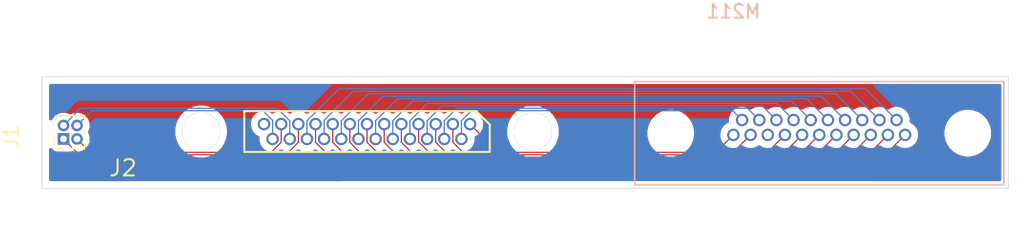
<source format=kicad_pcb>
(kicad_pcb (version 20171130) (host pcbnew "(5.1.9)-1")

  (general
    (thickness 1.6)
    (drawings 5)
    (tracks 96)
    (zones 0)
    (modules 3)
    (nets 27)
  )

  (page A4)
  (layers
    (0 F.Cu signal)
    (31 B.Cu signal)
    (32 B.Adhes user)
    (33 F.Adhes user)
    (34 B.Paste user)
    (35 F.Paste user)
    (36 B.SilkS user)
    (37 F.SilkS user)
    (38 B.Mask user)
    (39 F.Mask user)
    (40 Dwgs.User user)
    (41 Cmts.User user)
    (42 Eco1.User user)
    (43 Eco2.User user)
    (44 Edge.Cuts user)
    (45 Margin user)
    (46 B.CrtYd user)
    (47 F.CrtYd user)
    (48 B.Fab user)
    (49 F.Fab user)
  )

  (setup
    (last_trace_width 0.09)
    (trace_clearance 0.09)
    (zone_clearance 0.508)
    (zone_45_only no)
    (trace_min 0.09)
    (via_size 0.8)
    (via_drill 0.4)
    (via_min_size 0.4)
    (via_min_drill 0.3)
    (uvia_size 0.3)
    (uvia_drill 0.1)
    (uvias_allowed no)
    (uvia_min_size 0.2)
    (uvia_min_drill 0.1)
    (edge_width 0.05)
    (segment_width 0.2)
    (pcb_text_width 0.3)
    (pcb_text_size 1.5 1.5)
    (mod_edge_width 0.12)
    (mod_text_size 1 1)
    (mod_text_width 0.15)
    (pad_size 1.524 1.524)
    (pad_drill 0.762)
    (pad_to_mask_clearance 0)
    (aux_axis_origin 0 0)
    (visible_elements FFFFFF7F)
    (pcbplotparams
      (layerselection 0x010fc_ffffffff)
      (usegerberextensions false)
      (usegerberattributes true)
      (usegerberadvancedattributes true)
      (creategerberjobfile true)
      (excludeedgelayer true)
      (linewidth 0.100000)
      (plotframeref false)
      (viasonmask false)
      (mode 1)
      (useauxorigin false)
      (hpglpennumber 1)
      (hpglpenspeed 20)
      (hpglpendiameter 15.000000)
      (psnegative false)
      (psa4output false)
      (plotreference true)
      (plotvalue true)
      (plotinvisibletext false)
      (padsonsilk false)
      (subtractmaskfromsilk false)
      (outputformat 1)
      (mirror false)
      (drillshape 1)
      (scaleselection 1)
      (outputdirectory ""))
  )

  (net 0 "")
  (net 1 "Net-(J1-Pad4)")
  (net 2 "Net-(J1-Pad3)")
  (net 3 "Net-(J1-Pad2)")
  (net 4 "Net-(J1-Pad1)")
  (net 5 "Net-(J2-Pad13)")
  (net 6 "Net-(J2-Pad23)")
  (net 7 "Net-(J2-Pad10)")
  (net 8 "Net-(J2-Pad22)")
  (net 9 "Net-(J2-Pad9)")
  (net 10 "Net-(J2-Pad21)")
  (net 11 "Net-(J2-Pad8)")
  (net 12 "Net-(J2-Pad20)")
  (net 13 "Net-(J2-Pad7)")
  (net 14 "Net-(J2-Pad19)")
  (net 15 "Net-(J2-Pad6)")
  (net 16 "Net-(J2-Pad18)")
  (net 17 "Net-(J2-Pad5)")
  (net 18 "Net-(J2-Pad17)")
  (net 19 "Net-(J2-Pad4)")
  (net 20 "Net-(J2-Pad16)")
  (net 21 "Net-(J2-Pad3)")
  (net 22 "Net-(J2-Pad15)")
  (net 23 "Net-(J2-Pad2)")
  (net 24 "Net-(J2-Pad14)")
  (net 25 "Net-(J2-Pad1)")
  (net 26 "Net-(M211-Pad3)")

  (net_class Default "This is the default net class."
    (clearance 0.09)
    (trace_width 0.09)
    (via_dia 0.8)
    (via_drill 0.4)
    (uvia_dia 0.3)
    (uvia_drill 0.1)
    (add_net "Net-(J1-Pad1)")
    (add_net "Net-(J1-Pad2)")
    (add_net "Net-(J1-Pad3)")
    (add_net "Net-(J1-Pad4)")
    (add_net "Net-(J2-Pad1)")
    (add_net "Net-(J2-Pad10)")
    (add_net "Net-(J2-Pad13)")
    (add_net "Net-(J2-Pad14)")
    (add_net "Net-(J2-Pad15)")
    (add_net "Net-(J2-Pad16)")
    (add_net "Net-(J2-Pad17)")
    (add_net "Net-(J2-Pad18)")
    (add_net "Net-(J2-Pad19)")
    (add_net "Net-(J2-Pad2)")
    (add_net "Net-(J2-Pad20)")
    (add_net "Net-(J2-Pad21)")
    (add_net "Net-(J2-Pad22)")
    (add_net "Net-(J2-Pad23)")
    (add_net "Net-(J2-Pad3)")
    (add_net "Net-(J2-Pad4)")
    (add_net "Net-(J2-Pad5)")
    (add_net "Net-(J2-Pad6)")
    (add_net "Net-(J2-Pad7)")
    (add_net "Net-(J2-Pad8)")
    (add_net "Net-(J2-Pad9)")
    (add_net "Net-(M211-Pad3)")
  )

  (module Connector:Norcomp-380-025-113L001-microd_NoLeads (layer B.Cu) (tedit 60FF6136) (tstamp 6108A058)
    (at -33.45 0.05 180)
    (tags "380-025-213L001 ")
    (path /610D72BE)
    (fp_text reference J2 (at 18.05 -2.7) (layer F.SilkS)
      (effects (font (size 1.2 1.2) (thickness 0.15)))
    )
    (fp_text value DB25_Male (at 0.365 -6) (layer F.Fab)
      (effects (font (size 1.2 1.2) (thickness 0.15)))
    )
    (fp_text user "Male / Plug" (at 0 2.54) (layer B.Fab)
      (effects (font (size 1.2 1.2) (thickness 0.15)) (justify mirror))
    )
    (fp_text user 1 (at -7.62 2.54) (layer Dwgs.User)
      (effects (font (size 1 1) (thickness 0.15)) (justify mirror))
    )
    (fp_line (start -8.08 1.51) (end -9.08 0.51) (layer F.SilkS) (width 0.15))
    (fp_line (start -9.08 0.51) (end -9.08 -1.51) (layer F.SilkS) (width 0.15))
    (fp_line (start -9.08 -1.51) (end 9.08 -1.51) (layer F.SilkS) (width 0.15))
    (fp_line (start 9.08 -1.51) (end 9.08 1.51) (layer F.SilkS) (width 0.15))
    (fp_line (start 9.08 1.51) (end -8.08 1.51) (layer F.SilkS) (width 0.15))
    (fp_line (start -14.85 -3.675) (end 14.85 -3.675) (layer B.CrtYd) (width 0.15))
    (fp_line (start 14.85 -3.675) (end 14.85 3.675) (layer B.CrtYd) (width 0.15))
    (fp_line (start 14.85 3.675) (end -14.85 3.675) (layer B.CrtYd) (width 0.15))
    (fp_line (start -14.85 3.675) (end -14.85 -3.675) (layer B.CrtYd) (width 0.15))
    (pad 27 thru_hole oval (at -12.275 0 180) (size 2.81 2.81) (drill 2.81) (layers *.Cu *.Mask))
    (pad 26 thru_hole oval (at 12.275 0 180) (size 2.81 2.81) (drill 2.81) (layers *.Cu *.Mask))
    (pad 13 thru_hole oval (at 7.62 0.55 180) (size 0.92 0.92) (drill 0.61) (layers *.Cu *.Mask)
      (net 5 "Net-(J2-Pad13)"))
    (pad 25 thru_hole oval (at 6.985 -0.55 180) (size 0.92 0.92) (drill 0.61) (layers *.Cu *.Mask)
      (net 1 "Net-(J1-Pad4)"))
    (pad 12 thru_hole oval (at 6.35 0.55 180) (size 0.92 0.92) (drill 0.61) (layers *.Cu *.Mask)
      (net 2 "Net-(J1-Pad3)"))
    (pad 24 thru_hole oval (at 5.715 -0.55 180) (size 0.92 0.92) (drill 0.61) (layers *.Cu *.Mask)
      (net 3 "Net-(J1-Pad2)"))
    (pad 11 thru_hole oval (at 5.08 0.55 180) (size 0.92 0.92) (drill 0.61) (layers *.Cu *.Mask)
      (net 4 "Net-(J1-Pad1)"))
    (pad 23 thru_hole oval (at 4.445 -0.55 180) (size 0.92 0.92) (drill 0.61) (layers *.Cu *.Mask)
      (net 6 "Net-(J2-Pad23)"))
    (pad 10 thru_hole oval (at 3.81 0.55 180) (size 0.92 0.92) (drill 0.61) (layers *.Cu *.Mask)
      (net 7 "Net-(J2-Pad10)"))
    (pad 22 thru_hole oval (at 3.175 -0.55 180) (size 0.92 0.92) (drill 0.61) (layers *.Cu *.Mask)
      (net 8 "Net-(J2-Pad22)"))
    (pad 9 thru_hole oval (at 2.54 0.55 180) (size 0.92 0.92) (drill 0.61) (layers *.Cu *.Mask)
      (net 9 "Net-(J2-Pad9)"))
    (pad 21 thru_hole oval (at 1.905 -0.55 180) (size 0.92 0.92) (drill 0.61) (layers *.Cu *.Mask)
      (net 10 "Net-(J2-Pad21)"))
    (pad 8 thru_hole oval (at 1.27 0.55 180) (size 0.92 0.92) (drill 0.61) (layers *.Cu *.Mask)
      (net 11 "Net-(J2-Pad8)"))
    (pad 20 thru_hole oval (at 0.635 -0.55 180) (size 0.92 0.92) (drill 0.61) (layers *.Cu *.Mask)
      (net 12 "Net-(J2-Pad20)"))
    (pad 7 thru_hole oval (at 0 0.55 180) (size 0.92 0.92) (drill 0.61) (layers *.Cu *.Mask)
      (net 13 "Net-(J2-Pad7)"))
    (pad 19 thru_hole oval (at -0.635 -0.55 180) (size 0.92 0.92) (drill 0.61) (layers *.Cu *.Mask)
      (net 14 "Net-(J2-Pad19)"))
    (pad 6 thru_hole oval (at -1.27 0.55 180) (size 0.92 0.92) (drill 0.61) (layers *.Cu *.Mask)
      (net 15 "Net-(J2-Pad6)"))
    (pad 18 thru_hole oval (at -1.905 -0.55 180) (size 0.92 0.92) (drill 0.61) (layers *.Cu *.Mask)
      (net 16 "Net-(J2-Pad18)"))
    (pad 5 thru_hole oval (at -2.54 0.55 180) (size 0.92 0.92) (drill 0.61) (layers *.Cu *.Mask)
      (net 17 "Net-(J2-Pad5)"))
    (pad 17 thru_hole oval (at -3.175 -0.55 180) (size 0.92 0.92) (drill 0.61) (layers *.Cu *.Mask)
      (net 18 "Net-(J2-Pad17)"))
    (pad 4 thru_hole oval (at -3.81 0.55 180) (size 0.92 0.92) (drill 0.61) (layers *.Cu *.Mask)
      (net 19 "Net-(J2-Pad4)"))
    (pad 16 thru_hole oval (at -4.445 -0.55 180) (size 0.92 0.92) (drill 0.61) (layers *.Cu *.Mask)
      (net 20 "Net-(J2-Pad16)"))
    (pad 3 thru_hole oval (at -5.08 0.55 180) (size 0.92 0.92) (drill 0.61) (layers *.Cu *.Mask)
      (net 21 "Net-(J2-Pad3)"))
    (pad 15 thru_hole oval (at -5.715 -0.55 180) (size 0.92 0.92) (drill 0.61) (layers *.Cu *.Mask)
      (net 22 "Net-(J2-Pad15)"))
    (pad 2 thru_hole oval (at -6.35 0.55 180) (size 0.92 0.92) (drill 0.61) (layers *.Cu *.Mask)
      (net 23 "Net-(J2-Pad2)"))
    (pad 14 thru_hole oval (at -6.985 -0.55 180) (size 0.92 0.92) (drill 0.61) (layers *.Cu *.Mask)
      (net 24 "Net-(J2-Pad14)"))
    (pad 1 thru_hole oval (at -7.62 0.55 180) (size 0.92 0.92) (drill 0.61) (layers *.Cu *.Mask)
      (net 25 "Net-(J2-Pad1)"))
    (model ${KIPRJMOD}/footprints/380-025-113L001.STEP
      (offset (xyz 0 0 3))
      (scale (xyz 1 1 1))
      (rotate (xyz 0 0 180))
    )
    (model C:/Users/Cir/Documents/NIST_Research/CryoCircuits/New_CryoCircuits/TriMicroDConverter/KiCAD/380-025-213L001.STEP
      (offset (xyz 0 3.7 -9.5))
      (scale (xyz 1 1 1))
      (rotate (xyz 0 180 0))
    )
  )

  (module Connector:Omnetics_21Pin (layer B.Cu) (tedit 61083420) (tstamp 61089783)
    (at -6.35 0.17 180)
    (path /610DAE50)
    (fp_text reference M211 (at 0 9) (layer B.SilkS)
      (effects (font (size 1 1) (thickness 0.15)) (justify mirror))
    )
    (fp_text value MicroD_21Pin (at 0 7) (layer B.Fab)
      (effects (font (size 1 1) (thickness 0.15)) (justify mirror))
    )
    (fp_line (start -20.005 -3.81) (end 7.305 -3.81) (layer B.SilkS) (width 0.12))
    (fp_line (start 7.305 3.81) (end -20.005 3.81) (layer B.SilkS) (width 0.12))
    (fp_line (start -20.005 -3.81) (end -20.005 3.81) (layer B.SilkS) (width 0.12))
    (fp_line (start 7.305 -3.81) (end 7.305 3.81) (layer B.SilkS) (width 0.12))
    (pad 21 thru_hole oval (at -12.07 0.97 180) (size 0.92 0.92) (drill 0.61) (layers *.Cu *.Mask)
      (net 6 "Net-(J2-Pad23)"))
    (pad 20 thru_hole oval (at -10.8 0.97 180) (size 0.92 0.92) (drill 0.61) (layers *.Cu *.Mask)
      (net 8 "Net-(J2-Pad22)"))
    (pad 19 thru_hole oval (at -9.53 0.97 180) (size 0.92 0.92) (drill 0.61) (layers *.Cu *.Mask)
      (net 10 "Net-(J2-Pad21)"))
    (pad 18 thru_hole oval (at -8.26 0.97 180) (size 0.92 0.92) (drill 0.61) (layers *.Cu *.Mask)
      (net 12 "Net-(J2-Pad20)"))
    (pad 17 thru_hole oval (at -6.99 0.97 180) (size 0.92 0.92) (drill 0.61) (layers *.Cu *.Mask)
      (net 14 "Net-(J2-Pad19)"))
    (pad 16 thru_hole oval (at -5.72 0.97 180) (size 0.92 0.92) (drill 0.61) (layers *.Cu *.Mask)
      (net 16 "Net-(J2-Pad18)"))
    (pad 15 thru_hole oval (at -4.45 0.97 180) (size 0.92 0.92) (drill 0.61) (layers *.Cu *.Mask)
      (net 18 "Net-(J2-Pad17)"))
    (pad 14 thru_hole oval (at -3.18 0.97 180) (size 0.92 0.92) (drill 0.61) (layers *.Cu *.Mask)
      (net 20 "Net-(J2-Pad16)"))
    (pad 13 thru_hole oval (at -1.91 0.97 180) (size 0.92 0.92) (drill 0.61) (layers *.Cu *.Mask)
      (net 22 "Net-(J2-Pad15)"))
    (pad 11 thru_hole oval (at -12.7 -0.13 180) (size 0.92 0.92) (drill 0.61) (layers *.Cu *.Mask)
      (net 7 "Net-(J2-Pad10)"))
    (pad 10 thru_hole oval (at -11.43 -0.13 180) (size 0.92 0.92) (drill 0.61) (layers *.Cu *.Mask)
      (net 9 "Net-(J2-Pad9)"))
    (pad 9 thru_hole oval (at -10.16 -0.13 180) (size 0.92 0.92) (drill 0.61) (layers *.Cu *.Mask)
      (net 11 "Net-(J2-Pad8)"))
    (pad 8 thru_hole oval (at -8.89 -0.13 180) (size 0.92 0.92) (drill 0.61) (layers *.Cu *.Mask)
      (net 13 "Net-(J2-Pad7)"))
    (pad 7 thru_hole oval (at -7.62 -0.13 180) (size 0.92 0.92) (drill 0.61) (layers *.Cu *.Mask)
      (net 15 "Net-(J2-Pad6)"))
    (pad 6 thru_hole oval (at -6.35 -0.13 180) (size 0.92 0.92) (drill 0.61) (layers *.Cu *.Mask)
      (net 17 "Net-(J2-Pad5)"))
    (pad 5 thru_hole oval (at -5.08 -0.13 180) (size 0.92 0.92) (drill 0.61) (layers *.Cu *.Mask)
      (net 19 "Net-(J2-Pad4)"))
    (pad 4 thru_hole oval (at -3.81 -0.13 180) (size 0.92 0.92) (drill 0.61) (layers *.Cu *.Mask)
      (net 21 "Net-(J2-Pad3)"))
    (pad 3 thru_hole oval (at -2.54 -0.13 180) (size 0.92 0.92) (drill 0.61) (layers *.Cu *.Mask)
      (net 26 "Net-(M211-Pad3)"))
    (pad 2 thru_hole oval (at -1.27 -0.13 180) (size 0.92 0.92) (drill 0.61) (layers *.Cu *.Mask)
      (net 23 "Net-(J2-Pad2)"))
    (pad 12 thru_hole oval (at -0.64 0.97 180) (size 0.92 0.92) (drill 0.61) (layers *.Cu *.Mask)
      (net 24 "Net-(J2-Pad14)"))
    (pad 1 thru_hole oval (at 0 -0.13 180) (size 0.92 0.92) (drill 0.61) (layers *.Cu *.Mask)
      (net 25 "Net-(J2-Pad1)"))
    (pad "" np_thru_hole circle (at -17.336 0 180) (size 2.44 2.44) (drill 2.44) (layers *.Cu *.Mask))
    (pad "" np_thru_hole circle (at 4.636 0 180) (size 2.44 2.44) (drill 2.44) (layers *.Cu *.Mask))
    (model C:/Users/Cir/Documents/NIST_Research/CryoCircuits/New_CryoCircuits/TriMicroDConverter/Basic21PinOmnetics.STEP
      (offset (xyz 7.3 -3.8 0))
      (scale (xyz 1 1 1))
      (rotate (xyz -90 0 180))
    )
  )

  (module Connector_PinHeader_1.00mm:PinHeader_2x02_P1.00mm_Vertical (layer F.Cu) (tedit 59FED738) (tstamp 6108973A)
    (at -55.9 0.6 90)
    (descr "Through hole straight pin header, 2x02, 1.00mm pitch, double rows")
    (tags "Through hole pin header THT 2x02 1.00mm double row")
    (path /61118FCF)
    (fp_text reference J1 (at 0.15 -3.85 90) (layer F.SilkS)
      (effects (font (size 1 1) (thickness 0.15)))
    )
    (fp_text value Conn_02x02_Odd_Even (at 0.5 2.56 90) (layer F.Fab)
      (effects (font (size 1 1) (thickness 0.15)))
    )
    (fp_text user %R (at 0.5 0.5) (layer F.Fab)
      (effects (font (size 1 1) (thickness 0.15)))
    )
    (fp_line (start -0.075 -0.5) (end 1.65 -0.5) (layer F.Fab) (width 0.1))
    (fp_line (start 1.65 -0.5) (end 1.65 1.5) (layer F.Fab) (width 0.1))
    (fp_line (start 1.65 1.5) (end -0.65 1.5) (layer F.Fab) (width 0.1))
    (fp_line (start -0.65 1.5) (end -0.65 0.075) (layer F.Fab) (width 0.1))
    (fp_line (start -0.65 0.075) (end -0.075 -0.5) (layer F.Fab) (width 0.1))
    (fp_line (start -0.71 1.56) (end -0.394493 1.56) (layer F.SilkS) (width 0.12))
    (fp_line (start 1.394493 1.56) (end 1.71 1.56) (layer F.SilkS) (width 0.12))
    (fp_line (start 0.394493 1.56) (end 0.605507 1.56) (layer F.SilkS) (width 0.12))
    (fp_line (start -0.71 0.685) (end -0.71 1.56) (layer F.SilkS) (width 0.12))
    (fp_line (start 1.71 -0.56) (end 1.71 1.56) (layer F.SilkS) (width 0.12))
    (fp_line (start -0.71 0.685) (end -0.608276 0.685) (layer F.SilkS) (width 0.12))
    (fp_line (start 1.394493 -0.56) (end 1.71 -0.56) (layer F.SilkS) (width 0.12))
    (fp_line (start -0.71 0) (end -0.71 -0.685) (layer F.SilkS) (width 0.12))
    (fp_line (start -0.71 -0.685) (end 0 -0.685) (layer F.SilkS) (width 0.12))
    (fp_line (start -1.15 -1) (end -1.15 2) (layer F.CrtYd) (width 0.05))
    (fp_line (start -1.15 2) (end 2.15 2) (layer F.CrtYd) (width 0.05))
    (fp_line (start 2.15 2) (end 2.15 -1) (layer F.CrtYd) (width 0.05))
    (fp_line (start 2.15 -1) (end -1.15 -1) (layer F.CrtYd) (width 0.05))
    (pad 4 thru_hole oval (at 1 1 90) (size 0.85 0.85) (drill 0.5) (layers *.Cu *.Mask)
      (net 1 "Net-(J1-Pad4)"))
    (pad 3 thru_hole oval (at 0 1 90) (size 0.85 0.85) (drill 0.5) (layers *.Cu *.Mask)
      (net 2 "Net-(J1-Pad3)"))
    (pad 2 thru_hole oval (at 1 0 90) (size 0.85 0.85) (drill 0.5) (layers *.Cu *.Mask)
      (net 3 "Net-(J1-Pad2)"))
    (pad 1 thru_hole rect (at 0 0 90) (size 0.85 0.85) (drill 0.5) (layers *.Cu *.Mask)
      (net 4 "Net-(J1-Pad1)"))
    (model ${KISYS3DMOD}/Connector_PinHeader_1.00mm.3dshapes/PinHeader_2x02_P1.00mm_Vertical.wrl
      (at (xyz 0 0 0))
      (scale (xyz 1 1 1))
      (rotate (xyz 0 0 0))
    )
  )

  (gr_line (start -57.5 -4) (end -57.5 4.25) (layer Edge.Cuts) (width 0.05))
  (gr_line (start 14 -4) (end -57.5 -4) (layer Edge.Cuts) (width 0.05))
  (gr_line (start -14 4.25) (end -57.5 4.25) (layer Edge.Cuts) (width 0.05))
  (gr_line (start 14 4.25) (end -14 4.25) (layer Edge.Cuts) (width 0.05))
  (gr_line (start 14 -4) (end 14 4.25) (layer Edge.Cuts) (width 0.05))

  (segment (start -40.435 -0.785) (end -40.435 0.6) (width 0.09) (layer B.Cu) (net 1))
  (segment (start -41.140001 -1.490001) (end -40.435 -0.785) (width 0.09) (layer B.Cu) (net 1))
  (segment (start -53.809999 -1.490001) (end -41.140001 -1.490001) (width 0.09) (layer B.Cu) (net 1))
  (segment (start -54.9 -0.4) (end -53.809999 -1.490001) (width 0.09) (layer B.Cu) (net 1))
  (segment (start -39.8 0.845602) (end -39.8 -0.5) (width 0.09) (layer F.Cu) (net 2))
  (segment (start -40.544399 1.590001) (end -39.8 0.845602) (width 0.09) (layer F.Cu) (net 2))
  (segment (start -53.909999 1.590001) (end -40.544399 1.590001) (width 0.09) (layer F.Cu) (net 2))
  (segment (start -54.9 0.6) (end -53.909999 1.590001) (width 0.09) (layer F.Cu) (net 2))
  (segment (start -39.165 0.6) (end -39.165 -0.745602) (width 0.09) (layer B.Cu) (net 3))
  (segment (start -39.165 -0.745602) (end -40.089409 -1.670011) (width 0.09) (layer B.Cu) (net 3))
  (segment (start -40.089409 -1.670011) (end -54.629989 -1.670011) (width 0.09) (layer B.Cu) (net 3))
  (segment (start -55.9 -0.4) (end -55.728802 -0.4) (width 0.09) (layer F.Cu) (net 3))
  (segment (start -54.629989 -1.670011) (end -55.9 -0.4) (width 0.09) (layer B.Cu) (net 3))
  (segment (start -38.53 -0.5) (end -38.53 0.845602) (width 0.09) (layer F.Cu) (net 4))
  (segment (start -38.53 0.845602) (end -39.454409 1.770011) (width 0.09) (layer F.Cu) (net 4))
  (segment (start -39.454409 1.770011) (end -54.729989 1.770011) (width 0.09) (layer F.Cu) (net 4))
  (segment (start -54.729989 1.770011) (end -55.9 0.6) (width 0.09) (layer F.Cu) (net 4))
  (segment (start 3.409912 -3.110088) (end 5.72 -0.8) (width 0.09) (layer B.Cu) (net 6))
  (segment (start -35.530514 -3.110088) (end 3.409912 -3.110088) (width 0.09) (layer B.Cu) (net 6))
  (segment (start -37.895 -0.745602) (end -35.530514 -3.110088) (width 0.09) (layer B.Cu) (net 6))
  (segment (start -37.895 0.6) (end -37.895 -0.745602) (width 0.09) (layer B.Cu) (net 6))
  (segment (start -37.26 0.845602) (end -37.26 -0.5) (width 0.09) (layer F.Cu) (net 7))
  (segment (start -34.895513 3.210089) (end -37.26 0.845602) (width 0.09) (layer F.Cu) (net 7))
  (segment (start 3.439911 3.210089) (end -34.895513 3.210089) (width 0.09) (layer F.Cu) (net 7))
  (segment (start 6.35 0.3) (end 3.439911 3.210089) (width 0.09) (layer F.Cu) (net 7))
  (segment (start -36.625 -0.775) (end -36.625 0.6) (width 0.09) (layer B.Cu) (net 8))
  (segment (start -34.469922 -2.930078) (end -36.625 -0.775) (width 0.09) (layer B.Cu) (net 8))
  (segment (start 2.319922 -2.930078) (end -34.469922 -2.930078) (width 0.09) (layer B.Cu) (net 8))
  (segment (start 4.45 -0.8) (end 2.319922 -2.930078) (width 0.09) (layer B.Cu) (net 8))
  (segment (start 2.34992 3.03008) (end 5.08 0.3) (width 0.09) (layer F.Cu) (net 9))
  (segment (start -33.805522 3.03008) (end 2.34992 3.03008) (width 0.09) (layer F.Cu) (net 9))
  (segment (start -35.99 0.845602) (end -33.805522 3.03008) (width 0.09) (layer F.Cu) (net 9))
  (segment (start -35.99 -0.5) (end -35.99 0.845602) (width 0.09) (layer F.Cu) (net 9))
  (segment (start -33.350533 -2.750069) (end 1.229931 -2.750069) (width 0.09) (layer B.Cu) (net 10))
  (segment (start 1.229931 -2.750069) (end 3.18 -0.8) (width 0.09) (layer B.Cu) (net 10))
  (segment (start -35.355 -0.745602) (end -33.350533 -2.750069) (width 0.09) (layer B.Cu) (net 10))
  (segment (start -35.355 0.6) (end -35.355 -0.745602) (width 0.09) (layer B.Cu) (net 10))
  (segment (start -34.72 0.845602) (end -34.72 -0.5) (width 0.09) (layer F.Cu) (net 11))
  (segment (start -32.715532 2.85007) (end -34.72 0.845602) (width 0.09) (layer F.Cu) (net 11))
  (segment (start 1.25993 2.85007) (end -32.715532 2.85007) (width 0.09) (layer F.Cu) (net 11))
  (segment (start 3.81 0.3) (end 1.25993 2.85007) (width 0.09) (layer F.Cu) (net 11))
  (segment (start -34.085 -0.745602) (end -34.085 0.6) (width 0.09) (layer B.Cu) (net 12))
  (segment (start -32.260543 -2.570059) (end -34.085 -0.745602) (width 0.09) (layer B.Cu) (net 12))
  (segment (start 0.139941 -2.570059) (end -32.260543 -2.570059) (width 0.09) (layer B.Cu) (net 12))
  (segment (start 1.91 -0.8) (end 0.139941 -2.570059) (width 0.09) (layer B.Cu) (net 12))
  (segment (start -31.625542 2.67006) (end 0.16994 2.67006) (width 0.09) (layer F.Cu) (net 13))
  (segment (start -33.45 0.845602) (end -31.625542 2.67006) (width 0.09) (layer F.Cu) (net 13))
  (segment (start 0.16994 2.67006) (end 2.54 0.3) (width 0.09) (layer F.Cu) (net 13))
  (segment (start -33.45 -0.5) (end -33.45 0.845602) (width 0.09) (layer F.Cu) (net 13))
  (segment (start -0.95005 -2.39005) (end 0.64 -0.8) (width 0.09) (layer B.Cu) (net 14))
  (segment (start -32.815 -0.745602) (end -31.170552 -2.39005) (width 0.09) (layer B.Cu) (net 14))
  (segment (start -31.170552 -2.39005) (end -0.95005 -2.39005) (width 0.09) (layer B.Cu) (net 14))
  (segment (start -32.815 0.6) (end -32.815 -0.745602) (width 0.09) (layer B.Cu) (net 14))
  (segment (start -32.18 0.845602) (end -32.18 -0.5) (width 0.09) (layer F.Cu) (net 15))
  (segment (start -30.535552 2.49005) (end -32.18 0.845602) (width 0.09) (layer F.Cu) (net 15))
  (segment (start -0.92005 2.49005) (end -30.535552 2.49005) (width 0.09) (layer F.Cu) (net 15))
  (segment (start 1.27 0.3) (end -0.92005 2.49005) (width 0.09) (layer F.Cu) (net 15))
  (segment (start -31.545 -0.745602) (end -31.545 0.6) (width 0.09) (layer B.Cu) (net 16))
  (segment (start -30.080562 -2.21004) (end -31.545 -0.745602) (width 0.09) (layer B.Cu) (net 16))
  (segment (start -2.04004 -2.21004) (end -30.080562 -2.21004) (width 0.09) (layer B.Cu) (net 16))
  (segment (start -0.63 -0.8) (end -2.04004 -2.21004) (width 0.09) (layer B.Cu) (net 16))
  (segment (start -2.01004 2.31004) (end 0 0.3) (width 0.09) (layer F.Cu) (net 17))
  (segment (start -29.445562 2.31004) (end -2.01004 2.31004) (width 0.09) (layer F.Cu) (net 17))
  (segment (start -30.91 0.845602) (end -29.445562 2.31004) (width 0.09) (layer F.Cu) (net 17))
  (segment (start -30.91 -0.5) (end -30.91 0.845602) (width 0.09) (layer F.Cu) (net 17))
  (segment (start -3.13003 -2.03003) (end -1.9 -0.8) (width 0.09) (layer B.Cu) (net 18))
  (segment (start -28.990572 -2.03003) (end -3.13003 -2.03003) (width 0.09) (layer B.Cu) (net 18))
  (segment (start -30.275 -0.745602) (end -28.990572 -2.03003) (width 0.09) (layer B.Cu) (net 18))
  (segment (start -30.275 0.6) (end -30.275 -0.745602) (width 0.09) (layer B.Cu) (net 18))
  (segment (start -29.64 0.81) (end -29.64 -0.5) (width 0.09) (layer F.Cu) (net 19))
  (segment (start -28.31997 2.13003) (end -29.64 0.81) (width 0.09) (layer F.Cu) (net 19))
  (segment (start -3.10003 2.13003) (end -28.31997 2.13003) (width 0.09) (layer F.Cu) (net 19))
  (segment (start -1.27 0.3) (end -3.10003 2.13003) (width 0.09) (layer F.Cu) (net 19))
  (segment (start -29.005 -0.745602) (end -29.005 0.6) (width 0.09) (layer B.Cu) (net 20))
  (segment (start -27.900582 -1.85002) (end -29.005 -0.745602) (width 0.09) (layer B.Cu) (net 20))
  (segment (start -4.22002 -1.85002) (end -27.900582 -1.85002) (width 0.09) (layer B.Cu) (net 20))
  (segment (start -3.17 -0.8) (end -4.22002 -1.85002) (width 0.09) (layer B.Cu) (net 20))
  (segment (start -4.190021 1.950021) (end -2.54 0.3) (width 0.09) (layer F.Cu) (net 21))
  (segment (start -27.265581 1.950021) (end -4.190021 1.950021) (width 0.09) (layer F.Cu) (net 21))
  (segment (start -28.37 0.845602) (end -27.265581 1.950021) (width 0.09) (layer F.Cu) (net 21))
  (segment (start -28.37 -0.5) (end -28.37 0.845602) (width 0.09) (layer F.Cu) (net 21))
  (segment (start -5.310011 -1.670011) (end -4.44 -0.8) (width 0.09) (layer B.Cu) (net 22))
  (segment (start -26.810591 -1.670011) (end -5.310011 -1.670011) (width 0.09) (layer B.Cu) (net 22))
  (segment (start -27.735 -0.745602) (end -26.810591 -1.670011) (width 0.09) (layer B.Cu) (net 22))
  (segment (start -27.735 0.6) (end -27.735 -0.745602) (width 0.09) (layer B.Cu) (net 22))
  (segment (start -6.550011 1.770011) (end -5.08 0.3) (width 0.09) (layer F.Cu) (net 23))
  (segment (start -26.175591 1.770011) (end -6.550011 1.770011) (width 0.09) (layer F.Cu) (net 23))
  (segment (start -27.1 0.845602) (end -26.175591 1.770011) (width 0.09) (layer F.Cu) (net 23))
  (segment (start -27.1 -0.5) (end -27.1 0.845602) (width 0.09) (layer F.Cu) (net 23))
  (segment (start -26.465 -0.745602) (end -26.465 0.6) (width 0.09) (layer B.Cu) (net 24))
  (segment (start -25.720601 -1.490001) (end -26.465 -0.745602) (width 0.09) (layer B.Cu) (net 24))
  (segment (start -6.400001 -1.490001) (end -25.720601 -1.490001) (width 0.09) (layer B.Cu) (net 24))
  (segment (start -5.71 -0.8) (end -6.400001 -1.490001) (width 0.09) (layer B.Cu) (net 24))
  (segment (start -23.739999 1.590001) (end -25.83 -0.5) (width 0.09) (layer F.Cu) (net 25))
  (segment (start -7.640001 1.590001) (end -23.739999 1.590001) (width 0.09) (layer F.Cu) (net 25))
  (segment (start -6.35 0.3) (end -7.640001 1.590001) (width 0.09) (layer F.Cu) (net 25))

  (zone (net 0) (net_name "") (layer F.Cu) (tstamp 0) (hatch edge 0.508)
    (connect_pads (clearance 0.508))
    (min_thickness 0.254)
    (fill yes (arc_segments 32) (thermal_gap 0.508) (thermal_bridge_width 0.508))
    (polygon
      (pts
        (xy 15 5.3) (xy -58.2 5.3) (xy -58.2 -4.55) (xy 14.7 -4.55)
      )
    )
    (filled_polygon
      (pts
        (xy -56.776185 1.476185) (xy -56.679494 1.555537) (xy -56.56918 1.614502) (xy -56.449482 1.650812) (xy -56.325 1.663072)
        (xy -55.798592 1.663072) (xy -55.234444 2.227221) (xy -55.213148 2.25317) (xy -55.109605 2.338146) (xy -54.991473 2.401289)
        (xy -54.863292 2.440172) (xy -54.763393 2.450011) (xy -54.763384 2.450011) (xy -54.72999 2.4533) (xy -54.696596 2.450011)
        (xy -39.487813 2.450011) (xy -39.454409 2.453301) (xy -39.421005 2.450011) (xy -39.321106 2.440172) (xy -39.192925 2.401289)
        (xy -39.074793 2.338146) (xy -38.97125 2.25317) (xy -38.94995 2.227216) (xy -38.328423 1.60569) (xy -38.2144 1.65292)
        (xy -38.002848 1.695) (xy -37.787152 1.695) (xy -37.5756 1.65292) (xy -37.461577 1.60569) (xy -35.477268 3.59)
        (xy -56.84 3.59) (xy -56.84 1.398426)
      )
    )
    (filled_polygon
      (pts
        (xy 13.340001 3.59) (xy 4.021664 3.59) (xy 6.220893 1.390771) (xy 6.242152 1.395) (xy 6.457848 1.395)
        (xy 6.6694 1.35292) (xy 6.868677 1.270376) (xy 7.048022 1.150542) (xy 7.200542 0.998022) (xy 7.320376 0.818677)
        (xy 7.40292 0.6194) (xy 7.445 0.407848) (xy 7.445 0.192152) (xy 7.404253 -0.012702) (xy 9.131 -0.012702)
        (xy 9.131 0.352702) (xy 9.202286 0.711084) (xy 9.34212 1.048672) (xy 9.545127 1.352494) (xy 9.803506 1.610873)
        (xy 10.107328 1.81388) (xy 10.444916 1.953714) (xy 10.803298 2.025) (xy 11.168702 2.025) (xy 11.527084 1.953714)
        (xy 11.864672 1.81388) (xy 12.168494 1.610873) (xy 12.426873 1.352494) (xy 12.62988 1.048672) (xy 12.769714 0.711084)
        (xy 12.841 0.352702) (xy 12.841 -0.012702) (xy 12.769714 -0.371084) (xy 12.62988 -0.708672) (xy 12.426873 -1.012494)
        (xy 12.168494 -1.270873) (xy 11.864672 -1.47388) (xy 11.527084 -1.613714) (xy 11.168702 -1.685) (xy 10.803298 -1.685)
        (xy 10.444916 -1.613714) (xy 10.107328 -1.47388) (xy 9.803506 -1.270873) (xy 9.545127 -1.012494) (xy 9.34212 -0.708672)
        (xy 9.202286 -0.371084) (xy 9.131 -0.012702) (xy 7.404253 -0.012702) (xy 7.40292 -0.0194) (xy 7.320376 -0.218677)
        (xy 7.200542 -0.398022) (xy 7.048022 -0.550542) (xy 6.868677 -0.670376) (xy 6.815 -0.69261) (xy 6.815 -0.907848)
        (xy 6.77292 -1.1194) (xy 6.690376 -1.318677) (xy 6.570542 -1.498022) (xy 6.418022 -1.650542) (xy 6.238677 -1.770376)
        (xy 6.0394 -1.85292) (xy 5.827848 -1.895) (xy 5.612152 -1.895) (xy 5.4006 -1.85292) (xy 5.201323 -1.770376)
        (xy 5.085 -1.692652) (xy 4.968677 -1.770376) (xy 4.7694 -1.85292) (xy 4.557848 -1.895) (xy 4.342152 -1.895)
        (xy 4.1306 -1.85292) (xy 3.931323 -1.770376) (xy 3.815 -1.692652) (xy 3.698677 -1.770376) (xy 3.4994 -1.85292)
        (xy 3.287848 -1.895) (xy 3.072152 -1.895) (xy 2.8606 -1.85292) (xy 2.661323 -1.770376) (xy 2.545 -1.692652)
        (xy 2.428677 -1.770376) (xy 2.2294 -1.85292) (xy 2.017848 -1.895) (xy 1.802152 -1.895) (xy 1.5906 -1.85292)
        (xy 1.391323 -1.770376) (xy 1.275 -1.692652) (xy 1.158677 -1.770376) (xy 0.9594 -1.85292) (xy 0.747848 -1.895)
        (xy 0.532152 -1.895) (xy 0.3206 -1.85292) (xy 0.121323 -1.770376) (xy 0.005 -1.692652) (xy -0.111323 -1.770376)
        (xy -0.3106 -1.85292) (xy -0.522152 -1.895) (xy -0.737848 -1.895) (xy -0.9494 -1.85292) (xy -1.148677 -1.770376)
        (xy -1.265 -1.692652) (xy -1.381323 -1.770376) (xy -1.5806 -1.85292) (xy -1.792152 -1.895) (xy -2.007848 -1.895)
        (xy -2.2194 -1.85292) (xy -2.418677 -1.770376) (xy -2.535 -1.692652) (xy -2.651323 -1.770376) (xy -2.8506 -1.85292)
        (xy -3.062152 -1.895) (xy -3.277848 -1.895) (xy -3.4894 -1.85292) (xy -3.688677 -1.770376) (xy -3.805 -1.692652)
        (xy -3.921323 -1.770376) (xy -4.1206 -1.85292) (xy -4.332152 -1.895) (xy -4.547848 -1.895) (xy -4.7594 -1.85292)
        (xy -4.958677 -1.770376) (xy -5.075 -1.692652) (xy -5.191323 -1.770376) (xy -5.3906 -1.85292) (xy -5.602152 -1.895)
        (xy -5.817848 -1.895) (xy -6.0294 -1.85292) (xy -6.228677 -1.770376) (xy -6.408022 -1.650542) (xy -6.560542 -1.498022)
        (xy -6.680376 -1.318677) (xy -6.76292 -1.1194) (xy -6.805 -0.907848) (xy -6.805 -0.696752) (xy -6.868677 -0.670376)
        (xy -7.048022 -0.550542) (xy -7.200542 -0.398022) (xy -7.320376 -0.218677) (xy -7.40292 -0.0194) (xy -7.445 0.192152)
        (xy -7.445 0.407848) (xy -7.440771 0.429107) (xy -7.921665 0.910001) (xy -9.28468 0.910001) (xy -9.202286 0.711084)
        (xy -9.131 0.352702) (xy -9.131 -0.012702) (xy -9.202286 -0.371084) (xy -9.34212 -0.708672) (xy -9.545127 -1.012494)
        (xy -9.803506 -1.270873) (xy -10.107328 -1.47388) (xy -10.444916 -1.613714) (xy -10.803298 -1.685) (xy -11.168702 -1.685)
        (xy -11.527084 -1.613714) (xy -11.864672 -1.47388) (xy -12.168494 -1.270873) (xy -12.426873 -1.012494) (xy -12.62988 -0.708672)
        (xy -12.769714 -0.371084) (xy -12.841 -0.012702) (xy -12.841 0.352702) (xy -12.769714 0.711084) (xy -12.68732 0.910001)
        (xy -19.323143 0.910001) (xy -19.213396 0.645046) (xy -19.135 0.250922) (xy -19.135 -0.150922) (xy -19.213396 -0.545046)
        (xy -19.367175 -0.916303) (xy -19.590428 -1.250424) (xy -19.874576 -1.534572) (xy -20.208697 -1.757825) (xy -20.579954 -1.911604)
        (xy -20.974078 -1.99) (xy -21.375922 -1.99) (xy -21.770046 -1.911604) (xy -22.141303 -1.757825) (xy -22.475424 -1.534572)
        (xy -22.759572 -1.250424) (xy -22.982825 -0.916303) (xy -23.136604 -0.545046) (xy -23.215 -0.150922) (xy -23.215 0.250922)
        (xy -23.136604 0.645046) (xy -23.026857 0.910001) (xy -23.458334 0.910001) (xy -24.739229 -0.370893) (xy -24.735 -0.392152)
        (xy -24.735 -0.607848) (xy -24.77708 -0.8194) (xy -24.859624 -1.018677) (xy -24.979458 -1.198022) (xy -25.131978 -1.350542)
        (xy -25.311323 -1.470376) (xy -25.5106 -1.55292) (xy -25.722152 -1.595) (xy -25.937848 -1.595) (xy -26.1494 -1.55292)
        (xy -26.348677 -1.470376) (xy -26.465 -1.392652) (xy -26.581323 -1.470376) (xy -26.7806 -1.55292) (xy -26.992152 -1.595)
        (xy -27.207848 -1.595) (xy -27.4194 -1.55292) (xy -27.618677 -1.470376) (xy -27.735 -1.392652) (xy -27.851323 -1.470376)
        (xy -28.0506 -1.55292) (xy -28.262152 -1.595) (xy -28.477848 -1.595) (xy -28.6894 -1.55292) (xy -28.888677 -1.470376)
        (xy -29.005 -1.392652) (xy -29.121323 -1.470376) (xy -29.3206 -1.55292) (xy -29.532152 -1.595) (xy -29.747848 -1.595)
        (xy -29.9594 -1.55292) (xy -30.158677 -1.470376) (xy -30.275 -1.392652) (xy -30.391323 -1.470376) (xy -30.5906 -1.55292)
        (xy -30.802152 -1.595) (xy -31.017848 -1.595) (xy -31.2294 -1.55292) (xy -31.428677 -1.470376) (xy -31.545 -1.392652)
        (xy -31.661323 -1.470376) (xy -31.8606 -1.55292) (xy -32.072152 -1.595) (xy -32.287848 -1.595) (xy -32.4994 -1.55292)
        (xy -32.698677 -1.470376) (xy -32.815 -1.392652) (xy -32.931323 -1.470376) (xy -33.1306 -1.55292) (xy -33.342152 -1.595)
        (xy -33.557848 -1.595) (xy -33.7694 -1.55292) (xy -33.968677 -1.470376) (xy -34.085 -1.392652) (xy -34.201323 -1.470376)
        (xy -34.4006 -1.55292) (xy -34.612152 -1.595) (xy -34.827848 -1.595) (xy -35.0394 -1.55292) (xy -35.238677 -1.470376)
        (xy -35.355 -1.392652) (xy -35.471323 -1.470376) (xy -35.6706 -1.55292) (xy -35.882152 -1.595) (xy -36.097848 -1.595)
        (xy -36.3094 -1.55292) (xy -36.508677 -1.470376) (xy -36.625 -1.392652) (xy -36.741323 -1.470376) (xy -36.9406 -1.55292)
        (xy -37.152152 -1.595) (xy -37.367848 -1.595) (xy -37.5794 -1.55292) (xy -37.778677 -1.470376) (xy -37.895 -1.392652)
        (xy -38.011323 -1.470376) (xy -38.2106 -1.55292) (xy -38.422152 -1.595) (xy -38.637848 -1.595) (xy -38.8494 -1.55292)
        (xy -39.048677 -1.470376) (xy -39.165 -1.392652) (xy -39.281323 -1.470376) (xy -39.4806 -1.55292) (xy -39.692152 -1.595)
        (xy -39.907848 -1.595) (xy -40.1194 -1.55292) (xy -40.318677 -1.470376) (xy -40.435 -1.392652) (xy -40.551323 -1.470376)
        (xy -40.7506 -1.55292) (xy -40.962152 -1.595) (xy -41.177848 -1.595) (xy -41.3894 -1.55292) (xy -41.588677 -1.470376)
        (xy -41.768022 -1.350542) (xy -41.920542 -1.198022) (xy -42.040376 -1.018677) (xy -42.12292 -0.8194) (xy -42.165 -0.607848)
        (xy -42.165 -0.392152) (xy -42.12292 -0.1806) (xy -42.040376 0.018677) (xy -41.920542 0.198022) (xy -41.768022 0.350542)
        (xy -41.588677 0.470376) (xy -41.53 0.494681) (xy -41.53 0.707848) (xy -41.48979 0.910001) (xy -43.873143 0.910001)
        (xy -43.763396 0.645046) (xy -43.685 0.250922) (xy -43.685 -0.150922) (xy -43.763396 -0.545046) (xy -43.917175 -0.916303)
        (xy -44.140428 -1.250424) (xy -44.424576 -1.534572) (xy -44.758697 -1.757825) (xy -45.129954 -1.911604) (xy -45.524078 -1.99)
        (xy -45.925922 -1.99) (xy -46.320046 -1.911604) (xy -46.691303 -1.757825) (xy -47.025424 -1.534572) (xy -47.309572 -1.250424)
        (xy -47.532825 -0.916303) (xy -47.686604 -0.545046) (xy -47.765 -0.150922) (xy -47.765 0.250922) (xy -47.686604 0.645046)
        (xy -47.576857 0.910001) (xy -53.628334 0.910001) (xy -53.84 0.698335) (xy -53.84 0.495599) (xy -53.880735 0.290809)
        (xy -53.959771 0.1) (xy -53.880735 -0.090809) (xy -53.84 -0.295599) (xy -53.84 -0.504401) (xy -53.880735 -0.709191)
        (xy -53.96064 -0.902098) (xy -54.076644 -1.075711) (xy -54.224289 -1.223356) (xy -54.397902 -1.33936) (xy -54.590809 -1.419265)
        (xy -54.795599 -1.46) (xy -55.004401 -1.46) (xy -55.209191 -1.419265) (xy -55.4 -1.340229) (xy -55.590809 -1.419265)
        (xy -55.795599 -1.46) (xy -56.004401 -1.46) (xy -56.209191 -1.419265) (xy -56.402098 -1.33936) (xy -56.575711 -1.223356)
        (xy -56.723356 -1.075711) (xy -56.83936 -0.902098) (xy -56.84 -0.900553) (xy -56.84 -3.34) (xy 13.34 -3.34)
      )
    )
    (filled_polygon
      (pts
        (xy -4.414617 1.212953) (xy -4.471685 1.270021) (xy -4.560792 1.270021) (xy -4.445 1.192652)
      )
    )
    (filled_polygon
      (pts
        (xy -25.201654 1.090011) (xy -25.48275 1.090011) (xy -25.41208 0.9194) (xy -25.405474 0.88619)
      )
    )
  )
  (zone (net 0) (net_name "") (layer B.Cu) (tstamp 0) (hatch edge 0.508)
    (connect_pads (clearance 0.508))
    (min_thickness 0.254)
    (fill yes (arc_segments 32) (thermal_gap 0.508) (thermal_bridge_width 0.508))
    (polygon
      (pts
        (xy 15.15 5.35) (xy -58.25 5.35) (xy -58.25 -4.65) (xy 14.9 -4.65)
      )
    )
    (filled_polygon
      (pts
        (xy 13.340001 3.59) (xy -56.84 3.59) (xy -56.84 1.398426) (xy -56.776185 1.476185) (xy -56.679494 1.555537)
        (xy -56.56918 1.614502) (xy -56.449482 1.650812) (xy -56.325 1.663072) (xy -55.475 1.663072) (xy -55.350518 1.650812)
        (xy -55.23082 1.614502) (xy -55.226397 1.612138) (xy -55.209191 1.619265) (xy -55.004401 1.66) (xy -54.795599 1.66)
        (xy -54.590809 1.619265) (xy -54.397902 1.53936) (xy -54.224289 1.423356) (xy -54.076644 1.275711) (xy -53.96064 1.102098)
        (xy -53.880735 0.909191) (xy -53.84 0.704401) (xy -53.84 0.495599) (xy -53.880735 0.290809) (xy -53.959771 0.1)
        (xy -53.880735 -0.090809) (xy -53.84 -0.295599) (xy -53.84 -0.498335) (xy -53.528334 -0.810001) (xy -47.576857 -0.810001)
        (xy -47.686604 -0.545046) (xy -47.765 -0.150922) (xy -47.765 0.250922) (xy -47.686604 0.645046) (xy -47.532825 1.016303)
        (xy -47.309572 1.350424) (xy -47.025424 1.634572) (xy -46.691303 1.857825) (xy -46.320046 2.011604) (xy -45.925922 2.09)
        (xy -45.524078 2.09) (xy -45.129954 2.011604) (xy -44.758697 1.857825) (xy -44.424576 1.634572) (xy -44.140428 1.350424)
        (xy -43.917175 1.016303) (xy -43.763396 0.645046) (xy -43.685 0.250922) (xy -43.685 -0.150922) (xy -43.763396 -0.545046)
        (xy -43.873143 -0.810001) (xy -42.12479 -0.810001) (xy -42.165 -0.607848) (xy -42.165 -0.392152) (xy -42.12292 -0.1806)
        (xy -42.040376 0.018677) (xy -41.920542 0.198022) (xy -41.768022 0.350542) (xy -41.588677 0.470376) (xy -41.53 0.494681)
        (xy -41.53 0.707848) (xy -41.48792 0.9194) (xy -41.405376 1.118677) (xy -41.285542 1.298022) (xy -41.133022 1.450542)
        (xy -40.953677 1.570376) (xy -40.7544 1.65292) (xy -40.542848 1.695) (xy -40.327152 1.695) (xy -40.1156 1.65292)
        (xy -39.916323 1.570376) (xy -39.8 1.492652) (xy -39.683677 1.570376) (xy -39.4844 1.65292) (xy -39.272848 1.695)
        (xy -39.057152 1.695) (xy -38.8456 1.65292) (xy -38.646323 1.570376) (xy -38.53 1.492652) (xy -38.413677 1.570376)
        (xy -38.2144 1.65292) (xy -38.002848 1.695) (xy -37.787152 1.695) (xy -37.5756 1.65292) (xy -37.376323 1.570376)
        (xy -37.26 1.492652) (xy -37.143677 1.570376) (xy -36.9444 1.65292) (xy -36.732848 1.695) (xy -36.517152 1.695)
        (xy -36.3056 1.65292) (xy -36.106323 1.570376) (xy -35.99 1.492652) (xy -35.873677 1.570376) (xy -35.6744 1.65292)
        (xy -35.462848 1.695) (xy -35.247152 1.695) (xy -35.0356 1.65292) (xy -34.836323 1.570376) (xy -34.72 1.492652)
        (xy -34.603677 1.570376) (xy -34.4044 1.65292) (xy -34.192848 1.695) (xy -33.977152 1.695) (xy -33.7656 1.65292)
        (xy -33.566323 1.570376) (xy -33.45 1.492652) (xy -33.333677 1.570376) (xy -33.1344 1.65292) (xy -32.922848 1.695)
        (xy -32.707152 1.695) (xy -32.4956 1.65292) (xy -32.296323 1.570376) (xy -32.18 1.492652) (xy -32.063677 1.570376)
        (xy -31.8644 1.65292) (xy -31.652848 1.695) (xy -31.437152 1.695) (xy -31.2256 1.65292) (xy -31.026323 1.570376)
        (xy -30.91 1.492652) (xy -30.793677 1.570376) (xy -30.5944 1.65292) (xy -30.382848 1.695) (xy -30.167152 1.695)
        (xy -29.9556 1.65292) (xy -29.756323 1.570376) (xy -29.64 1.492652) (xy -29.523677 1.570376) (xy -29.3244 1.65292)
        (xy -29.112848 1.695) (xy -28.897152 1.695) (xy -28.6856 1.65292) (xy -28.486323 1.570376) (xy -28.37 1.492652)
        (xy -28.253677 1.570376) (xy -28.0544 1.65292) (xy -27.842848 1.695) (xy -27.627152 1.695) (xy -27.4156 1.65292)
        (xy -27.216323 1.570376) (xy -27.1 1.492652) (xy -26.983677 1.570376) (xy -26.7844 1.65292) (xy -26.572848 1.695)
        (xy -26.357152 1.695) (xy -26.1456 1.65292) (xy -25.946323 1.570376) (xy -25.766978 1.450542) (xy -25.614458 1.298022)
        (xy -25.494624 1.118677) (xy -25.41208 0.9194) (xy -25.37 0.707848) (xy -25.37 0.494681) (xy -25.311323 0.470376)
        (xy -25.131978 0.350542) (xy -24.979458 0.198022) (xy -24.859624 0.018677) (xy -24.77708 -0.1806) (xy -24.735 -0.392152)
        (xy -24.735 -0.607848) (xy -24.77521 -0.810001) (xy -23.026857 -0.810001) (xy -23.136604 -0.545046) (xy -23.215 -0.150922)
        (xy -23.215 0.250922) (xy -23.136604 0.645046) (xy -22.982825 1.016303) (xy -22.759572 1.350424) (xy -22.475424 1.634572)
        (xy -22.141303 1.857825) (xy -21.770046 2.011604) (xy -21.375922 2.09) (xy -20.974078 2.09) (xy -20.579954 2.011604)
        (xy -20.208697 1.857825) (xy -19.874576 1.634572) (xy -19.590428 1.350424) (xy -19.367175 1.016303) (xy -19.213396 0.645046)
        (xy -19.135 0.250922) (xy -19.135 -0.150922) (xy -19.213396 -0.545046) (xy -19.323143 -0.810001) (xy -12.562174 -0.810001)
        (xy -12.62988 -0.708672) (xy -12.769714 -0.371084) (xy -12.841 -0.012702) (xy -12.841 0.352702) (xy -12.769714 0.711084)
        (xy -12.62988 1.048672) (xy -12.426873 1.352494) (xy -12.168494 1.610873) (xy -11.864672 1.81388) (xy -11.527084 1.953714)
        (xy -11.168702 2.025) (xy -10.803298 2.025) (xy -10.444916 1.953714) (xy -10.107328 1.81388) (xy -9.803506 1.610873)
        (xy -9.545127 1.352494) (xy -9.34212 1.048672) (xy -9.202286 0.711084) (xy -9.131 0.352702) (xy -9.131 -0.012702)
        (xy -9.202286 -0.371084) (xy -9.34212 -0.708672) (xy -9.409826 -0.810001) (xy -6.805 -0.810001) (xy -6.805 -0.696752)
        (xy -6.868677 -0.670376) (xy -7.048022 -0.550542) (xy -7.200542 -0.398022) (xy -7.320376 -0.218677) (xy -7.40292 -0.0194)
        (xy -7.445 0.192152) (xy -7.445 0.407848) (xy -7.40292 0.6194) (xy -7.320376 0.818677) (xy -7.200542 0.998022)
        (xy -7.048022 1.150542) (xy -6.868677 1.270376) (xy -6.6694 1.35292) (xy -6.457848 1.395) (xy -6.242152 1.395)
        (xy -6.0306 1.35292) (xy -5.831323 1.270376) (xy -5.715 1.192652) (xy -5.598677 1.270376) (xy -5.3994 1.35292)
        (xy -5.187848 1.395) (xy -4.972152 1.395) (xy -4.7606 1.35292) (xy -4.561323 1.270376) (xy -4.445 1.192652)
        (xy -4.328677 1.270376) (xy -4.1294 1.35292) (xy -3.917848 1.395) (xy -3.702152 1.395) (xy -3.4906 1.35292)
        (xy -3.291323 1.270376) (xy -3.175 1.192652) (xy -3.058677 1.270376) (xy -2.8594 1.35292) (xy -2.647848 1.395)
        (xy -2.432152 1.395) (xy -2.2206 1.35292) (xy -2.021323 1.270376) (xy -1.905 1.192652) (xy -1.788677 1.270376)
        (xy -1.5894 1.35292) (xy -1.377848 1.395) (xy -1.162152 1.395) (xy -0.9506 1.35292) (xy -0.751323 1.270376)
        (xy -0.635 1.192652) (xy -0.518677 1.270376) (xy -0.3194 1.35292) (xy -0.107848 1.395) (xy 0.107848 1.395)
        (xy 0.3194 1.35292) (xy 0.518677 1.270376) (xy 0.635 1.192652) (xy 0.751323 1.270376) (xy 0.9506 1.35292)
        (xy 1.162152 1.395) (xy 1.377848 1.395) (xy 1.5894 1.35292) (xy 1.788677 1.270376) (xy 1.905 1.192652)
        (xy 2.021323 1.270376) (xy 2.2206 1.35292) (xy 2.432152 1.395) (xy 2.647848 1.395) (xy 2.8594 1.35292)
        (xy 3.058677 1.270376) (xy 3.175 1.192652) (xy 3.291323 1.270376) (xy 3.4906 1.35292) (xy 3.702152 1.395)
        (xy 3.917848 1.395) (xy 4.1294 1.35292) (xy 4.328677 1.270376) (xy 4.445 1.192652) (xy 4.561323 1.270376)
        (xy 4.7606 1.35292) (xy 4.972152 1.395) (xy 5.187848 1.395) (xy 5.3994 1.35292) (xy 5.598677 1.270376)
        (xy 5.715 1.192652) (xy 5.831323 1.270376) (xy 6.0306 1.35292) (xy 6.242152 1.395) (xy 6.457848 1.395)
        (xy 6.6694 1.35292) (xy 6.868677 1.270376) (xy 7.048022 1.150542) (xy 7.200542 0.998022) (xy 7.320376 0.818677)
        (xy 7.40292 0.6194) (xy 7.445 0.407848) (xy 7.445 0.192152) (xy 7.404253 -0.012702) (xy 9.131 -0.012702)
        (xy 9.131 0.352702) (xy 9.202286 0.711084) (xy 9.34212 1.048672) (xy 9.545127 1.352494) (xy 9.803506 1.610873)
        (xy 10.107328 1.81388) (xy 10.444916 1.953714) (xy 10.803298 2.025) (xy 11.168702 2.025) (xy 11.527084 1.953714)
        (xy 11.864672 1.81388) (xy 12.168494 1.610873) (xy 12.426873 1.352494) (xy 12.62988 1.048672) (xy 12.769714 0.711084)
        (xy 12.841 0.352702) (xy 12.841 -0.012702) (xy 12.769714 -0.371084) (xy 12.62988 -0.708672) (xy 12.426873 -1.012494)
        (xy 12.168494 -1.270873) (xy 11.864672 -1.47388) (xy 11.527084 -1.613714) (xy 11.168702 -1.685) (xy 10.803298 -1.685)
        (xy 10.444916 -1.613714) (xy 10.107328 -1.47388) (xy 9.803506 -1.270873) (xy 9.545127 -1.012494) (xy 9.34212 -0.708672)
        (xy 9.202286 -0.371084) (xy 9.131 -0.012702) (xy 7.404253 -0.012702) (xy 7.40292 -0.0194) (xy 7.320376 -0.218677)
        (xy 7.200542 -0.398022) (xy 7.048022 -0.550542) (xy 6.868677 -0.670376) (xy 6.815 -0.69261) (xy 6.815 -0.907848)
        (xy 6.77292 -1.1194) (xy 6.690376 -1.318677) (xy 6.570542 -1.498022) (xy 6.418022 -1.650542) (xy 6.238677 -1.770376)
        (xy 6.0394 -1.85292) (xy 5.827848 -1.895) (xy 5.612152 -1.895) (xy 5.590893 -1.890771) (xy 4.141664 -3.34)
        (xy 13.34 -3.34)
      )
    )
    (filled_polygon
      (pts
        (xy -38.096577 -1.50569) (xy -38.2106 -1.55292) (xy -38.422152 -1.595) (xy -38.637848 -1.595) (xy -38.8494 -1.55292)
        (xy -38.963423 -1.50569) (xy -39.58495 -2.127216) (xy -39.60625 -2.15317) (xy -39.709793 -2.238146) (xy -39.827925 -2.301289)
        (xy -39.956106 -2.340172) (xy -40.056005 -2.350011) (xy -40.089409 -2.353301) (xy -40.122813 -2.350011) (xy -54.596585 -2.350011)
        (xy -54.629989 -2.353301) (xy -54.663393 -2.350011) (xy -54.763292 -2.340172) (xy -54.891473 -2.301289) (xy -55.009605 -2.238146)
        (xy -55.113148 -2.15317) (xy -55.134444 -2.127221) (xy -55.801664 -1.46) (xy -56.004401 -1.46) (xy -56.209191 -1.419265)
        (xy -56.402098 -1.33936) (xy -56.575711 -1.223356) (xy -56.723356 -1.075711) (xy -56.83936 -0.902098) (xy -56.84 -0.900553)
        (xy -56.84 -3.34) (xy -36.262267 -3.34)
      )
    )
  )
)

</source>
